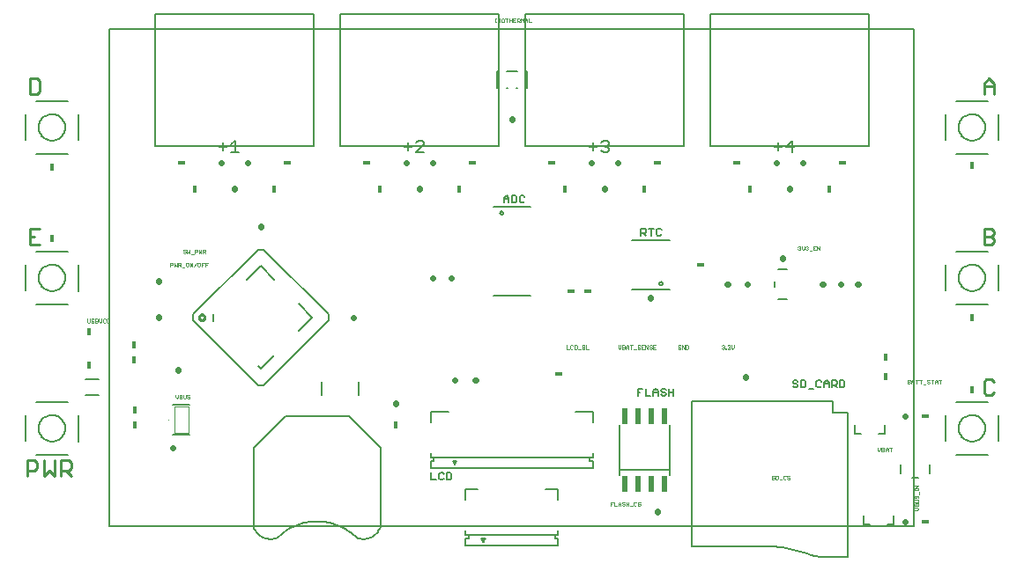
<source format=gto>
G75*
%MOIN*%
%OFA0B0*%
%FSLAX24Y24*%
%IPPOS*%
%LPD*%
%AMOC8*
5,1,8,0,0,1.08239X$1,22.5*
%
%ADD10C,0.0080*%
%ADD11C,0.0110*%
%ADD12C,0.0050*%
%ADD13C,0.0020*%
%ADD14C,0.0220*%
%ADD15R,0.0180X0.0300*%
%ADD16R,0.0300X0.0180*%
%ADD17C,0.0060*%
%ADD18R,0.0193X0.0598*%
%ADD19C,0.0004*%
%ADD20C,0.0030*%
%ADD21C,0.0100*%
D10*
X025485Y016943D02*
X025485Y019943D01*
X026685Y021143D01*
X029085Y021143D01*
X030285Y019943D01*
X030285Y016943D01*
X030264Y016895D01*
X030240Y016849D01*
X030213Y016805D01*
X030182Y016763D01*
X030148Y016723D01*
X030112Y016686D01*
X030073Y016652D01*
X030031Y016621D01*
X029987Y016593D01*
X029941Y016568D01*
X029894Y016547D01*
X029845Y016529D01*
X029795Y016516D01*
X029743Y016505D01*
X029692Y016499D01*
X029640Y016497D01*
X029588Y016499D01*
X029536Y016504D01*
X029485Y016513D01*
X029434Y016527D01*
X029385Y016543D01*
X029320Y016605D01*
X029252Y016665D01*
X029182Y016721D01*
X029110Y016775D01*
X029035Y016825D01*
X028958Y016872D01*
X028880Y016916D01*
X028799Y016957D01*
X028717Y016994D01*
X028634Y017027D01*
X028549Y017057D01*
X028463Y017084D01*
X028376Y017106D01*
X028288Y017125D01*
X028199Y017141D01*
X028110Y017152D01*
X028020Y017160D01*
X027930Y017164D01*
X027840Y017164D01*
X027750Y017160D01*
X027660Y017152D01*
X027571Y017141D01*
X027482Y017125D01*
X027394Y017106D01*
X027307Y017084D01*
X027221Y017057D01*
X027136Y017027D01*
X027053Y016994D01*
X026971Y016957D01*
X026890Y016916D01*
X026812Y016872D01*
X026735Y016825D01*
X026660Y016775D01*
X026588Y016721D01*
X026518Y016665D01*
X026450Y016605D01*
X026385Y016543D01*
X026336Y016527D01*
X026285Y016513D01*
X026234Y016504D01*
X026182Y016499D01*
X026130Y016497D01*
X026078Y016499D01*
X026027Y016505D01*
X025975Y016516D01*
X025925Y016529D01*
X025876Y016547D01*
X025829Y016568D01*
X025783Y016593D01*
X025739Y016621D01*
X025697Y016652D01*
X025658Y016686D01*
X025622Y016723D01*
X025588Y016763D01*
X025557Y016805D01*
X025530Y016849D01*
X025506Y016895D01*
X025485Y016943D01*
X032189Y019189D02*
X038330Y019189D01*
X038330Y019464D01*
X038212Y019464D01*
X038212Y019582D01*
X032307Y019582D01*
X032307Y019464D01*
X032189Y019464D01*
X032189Y019189D01*
X032189Y019582D02*
X032189Y019740D01*
X032189Y019582D02*
X032307Y019582D01*
X033015Y019464D02*
X033173Y019464D01*
X033094Y019307D01*
X033015Y019464D01*
X033020Y019455D02*
X033168Y019455D01*
X033129Y019376D02*
X033059Y019376D01*
X033508Y018378D02*
X033980Y018378D01*
X033508Y018378D02*
X033508Y017984D01*
X033508Y016803D02*
X033508Y016645D01*
X033626Y016645D01*
X036893Y016645D01*
X037011Y016645D01*
X037011Y016803D01*
X036893Y016645D02*
X036893Y016527D01*
X037011Y016527D01*
X037011Y016252D01*
X033508Y016252D01*
X033508Y016527D01*
X033626Y016527D01*
X033626Y016645D01*
X034098Y016527D02*
X034256Y016527D01*
X034177Y016370D01*
X034098Y016527D01*
X034126Y016472D02*
X034228Y016472D01*
X034189Y016393D02*
X034165Y016393D01*
X036539Y018378D02*
X037011Y018378D01*
X037011Y017984D01*
X038212Y019582D02*
X038330Y019582D01*
X038330Y019740D01*
X038330Y020921D02*
X038330Y021315D01*
X037661Y021315D01*
X039340Y020825D02*
X039340Y019108D01*
X041229Y019108D01*
X041229Y018912D01*
X041229Y019108D02*
X041229Y020825D01*
X039340Y019108D02*
X039340Y018912D01*
X032858Y021315D02*
X032189Y021315D01*
X032189Y020921D01*
X029468Y021950D02*
X029468Y022462D01*
X028051Y022462D02*
X028051Y021950D01*
X026275Y023460D02*
X025760Y022945D01*
X025648Y023056D01*
X025648Y022332D02*
X023198Y024782D01*
X023198Y025005D01*
X025648Y027454D01*
X025871Y027454D01*
X028321Y025005D01*
X028321Y024782D01*
X025871Y022332D01*
X025648Y022332D01*
X027193Y024378D02*
X027708Y024893D01*
X027193Y025408D01*
X026275Y026327D02*
X025760Y026842D01*
X025244Y026327D01*
X023950Y025033D02*
X023950Y024754D01*
X019635Y022568D02*
X019135Y022568D01*
X019135Y021968D02*
X019635Y021968D01*
X018860Y021181D02*
X018860Y020193D01*
X018466Y019693D02*
X017253Y019693D01*
X016860Y020205D02*
X016860Y021181D01*
X017253Y021693D02*
X018466Y021693D01*
X017360Y020693D02*
X017362Y020737D01*
X017368Y020781D01*
X017378Y020824D01*
X017391Y020866D01*
X017408Y020907D01*
X017429Y020946D01*
X017453Y020983D01*
X017480Y021018D01*
X017510Y021050D01*
X017543Y021080D01*
X017579Y021106D01*
X017616Y021130D01*
X017656Y021149D01*
X017697Y021166D01*
X017740Y021178D01*
X017783Y021187D01*
X017827Y021192D01*
X017871Y021193D01*
X017915Y021190D01*
X017959Y021183D01*
X018002Y021172D01*
X018044Y021158D01*
X018084Y021140D01*
X018123Y021118D01*
X018159Y021094D01*
X018193Y021066D01*
X018225Y021035D01*
X018254Y021001D01*
X018280Y020965D01*
X018302Y020927D01*
X018321Y020887D01*
X018336Y020845D01*
X018348Y020803D01*
X018356Y020759D01*
X018360Y020715D01*
X018360Y020671D01*
X018356Y020627D01*
X018348Y020583D01*
X018336Y020541D01*
X018321Y020499D01*
X018302Y020459D01*
X018280Y020421D01*
X018254Y020385D01*
X018225Y020351D01*
X018193Y020320D01*
X018159Y020292D01*
X018123Y020268D01*
X018084Y020246D01*
X018044Y020228D01*
X018002Y020214D01*
X017959Y020203D01*
X017915Y020196D01*
X017871Y020193D01*
X017827Y020194D01*
X017783Y020199D01*
X017740Y020208D01*
X017697Y020220D01*
X017656Y020237D01*
X017616Y020256D01*
X017579Y020280D01*
X017543Y020306D01*
X017510Y020336D01*
X017480Y020368D01*
X017453Y020403D01*
X017429Y020440D01*
X017408Y020479D01*
X017391Y020520D01*
X017378Y020562D01*
X017368Y020605D01*
X017362Y020649D01*
X017360Y020693D01*
X017253Y025393D02*
X018466Y025393D01*
X018860Y025893D02*
X018860Y026881D01*
X018466Y027393D02*
X017253Y027393D01*
X016860Y026881D02*
X016860Y025905D01*
X017360Y026393D02*
X017362Y026437D01*
X017368Y026481D01*
X017378Y026524D01*
X017391Y026566D01*
X017408Y026607D01*
X017429Y026646D01*
X017453Y026683D01*
X017480Y026718D01*
X017510Y026750D01*
X017543Y026780D01*
X017579Y026806D01*
X017616Y026830D01*
X017656Y026849D01*
X017697Y026866D01*
X017740Y026878D01*
X017783Y026887D01*
X017827Y026892D01*
X017871Y026893D01*
X017915Y026890D01*
X017959Y026883D01*
X018002Y026872D01*
X018044Y026858D01*
X018084Y026840D01*
X018123Y026818D01*
X018159Y026794D01*
X018193Y026766D01*
X018225Y026735D01*
X018254Y026701D01*
X018280Y026665D01*
X018302Y026627D01*
X018321Y026587D01*
X018336Y026545D01*
X018348Y026503D01*
X018356Y026459D01*
X018360Y026415D01*
X018360Y026371D01*
X018356Y026327D01*
X018348Y026283D01*
X018336Y026241D01*
X018321Y026199D01*
X018302Y026159D01*
X018280Y026121D01*
X018254Y026085D01*
X018225Y026051D01*
X018193Y026020D01*
X018159Y025992D01*
X018123Y025968D01*
X018084Y025946D01*
X018044Y025928D01*
X018002Y025914D01*
X017959Y025903D01*
X017915Y025896D01*
X017871Y025893D01*
X017827Y025894D01*
X017783Y025899D01*
X017740Y025908D01*
X017697Y025920D01*
X017656Y025937D01*
X017616Y025956D01*
X017579Y025980D01*
X017543Y026006D01*
X017510Y026036D01*
X017480Y026068D01*
X017453Y026103D01*
X017429Y026140D01*
X017408Y026179D01*
X017391Y026220D01*
X017378Y026262D01*
X017368Y026305D01*
X017362Y026349D01*
X017360Y026393D01*
X017253Y031093D02*
X018466Y031093D01*
X018860Y031605D02*
X018860Y032581D01*
X018466Y033093D02*
X017253Y033093D01*
X016860Y032593D02*
X016860Y031605D01*
X017360Y032093D02*
X017362Y032137D01*
X017368Y032181D01*
X017378Y032224D01*
X017391Y032266D01*
X017408Y032307D01*
X017429Y032346D01*
X017453Y032383D01*
X017480Y032418D01*
X017510Y032450D01*
X017543Y032480D01*
X017579Y032506D01*
X017616Y032530D01*
X017656Y032549D01*
X017697Y032566D01*
X017740Y032578D01*
X017783Y032587D01*
X017827Y032592D01*
X017871Y032593D01*
X017915Y032590D01*
X017959Y032583D01*
X018002Y032572D01*
X018044Y032558D01*
X018084Y032540D01*
X018123Y032518D01*
X018159Y032494D01*
X018193Y032466D01*
X018225Y032435D01*
X018254Y032401D01*
X018280Y032365D01*
X018302Y032327D01*
X018321Y032287D01*
X018336Y032245D01*
X018348Y032203D01*
X018356Y032159D01*
X018360Y032115D01*
X018360Y032071D01*
X018356Y032027D01*
X018348Y031983D01*
X018336Y031941D01*
X018321Y031899D01*
X018302Y031859D01*
X018280Y031821D01*
X018254Y031785D01*
X018225Y031751D01*
X018193Y031720D01*
X018159Y031692D01*
X018123Y031668D01*
X018084Y031646D01*
X018044Y031628D01*
X018002Y031614D01*
X017959Y031603D01*
X017915Y031596D01*
X017871Y031593D01*
X017827Y031594D01*
X017783Y031599D01*
X017740Y031608D01*
X017697Y031620D01*
X017656Y031637D01*
X017616Y031656D01*
X017579Y031680D01*
X017543Y031706D01*
X017510Y031736D01*
X017480Y031768D01*
X017453Y031803D01*
X017429Y031840D01*
X017408Y031879D01*
X017391Y031920D01*
X017378Y031962D01*
X017368Y032005D01*
X017362Y032049D01*
X017360Y032093D01*
X024187Y031368D02*
X024467Y031368D01*
X024647Y031439D02*
X024788Y031579D01*
X024788Y031158D01*
X024928Y031158D02*
X024647Y031158D01*
X024327Y031228D02*
X024327Y031509D01*
X031187Y031368D02*
X031467Y031368D01*
X031327Y031228D02*
X031327Y031509D01*
X031647Y031509D02*
X031717Y031579D01*
X031858Y031579D01*
X031928Y031509D01*
X031928Y031439D01*
X031647Y031158D01*
X031928Y031158D01*
X034813Y028853D02*
X034815Y028868D01*
X034821Y028881D01*
X034830Y028893D01*
X034841Y028902D01*
X034855Y028908D01*
X034870Y028910D01*
X034885Y028908D01*
X034898Y028902D01*
X034910Y028893D01*
X034919Y028882D01*
X034925Y028868D01*
X034927Y028853D01*
X034925Y028838D01*
X034919Y028825D01*
X034910Y028813D01*
X034899Y028804D01*
X034885Y028798D01*
X034870Y028796D01*
X034855Y028798D01*
X034842Y028804D01*
X034830Y028813D01*
X034821Y028824D01*
X034815Y028838D01*
X034813Y028853D01*
X038187Y031368D02*
X038467Y031368D01*
X038327Y031228D02*
X038327Y031509D01*
X038647Y031509D02*
X038717Y031579D01*
X038858Y031579D01*
X038928Y031509D01*
X038928Y031439D01*
X038858Y031368D01*
X038928Y031298D01*
X038928Y031228D01*
X038858Y031158D01*
X038717Y031158D01*
X038647Y031228D01*
X038788Y031368D02*
X038858Y031368D01*
X045187Y031368D02*
X045467Y031368D01*
X045647Y031368D02*
X045858Y031579D01*
X045858Y031158D01*
X045928Y031368D02*
X045647Y031368D01*
X045327Y031509D02*
X045327Y031228D01*
X045340Y026703D02*
X045679Y026703D01*
X045190Y026249D02*
X045190Y026038D01*
X045340Y025583D02*
X045679Y025583D01*
X040843Y026183D02*
X040845Y026198D01*
X040851Y026211D01*
X040860Y026223D01*
X040871Y026232D01*
X040885Y026238D01*
X040900Y026240D01*
X040915Y026238D01*
X040928Y026232D01*
X040940Y026223D01*
X040949Y026212D01*
X040955Y026198D01*
X040957Y026183D01*
X040955Y026168D01*
X040949Y026155D01*
X040940Y026143D01*
X040929Y026134D01*
X040915Y026128D01*
X040900Y026126D01*
X040885Y026128D01*
X040872Y026134D01*
X040860Y026143D01*
X040851Y026154D01*
X040845Y026168D01*
X040843Y026183D01*
X049950Y019312D02*
X049950Y018974D01*
X050404Y018824D02*
X050615Y018824D01*
X051070Y018974D02*
X051070Y019312D01*
X052053Y019693D02*
X053266Y019693D01*
X053660Y020205D02*
X053660Y021181D01*
X053266Y021693D02*
X052053Y021693D01*
X051660Y021193D02*
X051660Y020205D01*
X052160Y020693D02*
X052162Y020737D01*
X052168Y020781D01*
X052178Y020824D01*
X052191Y020866D01*
X052208Y020907D01*
X052229Y020946D01*
X052253Y020983D01*
X052280Y021018D01*
X052310Y021050D01*
X052343Y021080D01*
X052379Y021106D01*
X052416Y021130D01*
X052456Y021149D01*
X052497Y021166D01*
X052540Y021178D01*
X052583Y021187D01*
X052627Y021192D01*
X052671Y021193D01*
X052715Y021190D01*
X052759Y021183D01*
X052802Y021172D01*
X052844Y021158D01*
X052884Y021140D01*
X052923Y021118D01*
X052959Y021094D01*
X052993Y021066D01*
X053025Y021035D01*
X053054Y021001D01*
X053080Y020965D01*
X053102Y020927D01*
X053121Y020887D01*
X053136Y020845D01*
X053148Y020803D01*
X053156Y020759D01*
X053160Y020715D01*
X053160Y020671D01*
X053156Y020627D01*
X053148Y020583D01*
X053136Y020541D01*
X053121Y020499D01*
X053102Y020459D01*
X053080Y020421D01*
X053054Y020385D01*
X053025Y020351D01*
X052993Y020320D01*
X052959Y020292D01*
X052923Y020268D01*
X052884Y020246D01*
X052844Y020228D01*
X052802Y020214D01*
X052759Y020203D01*
X052715Y020196D01*
X052671Y020193D01*
X052627Y020194D01*
X052583Y020199D01*
X052540Y020208D01*
X052497Y020220D01*
X052456Y020237D01*
X052416Y020256D01*
X052379Y020280D01*
X052343Y020306D01*
X052310Y020336D01*
X052280Y020368D01*
X052253Y020403D01*
X052229Y020440D01*
X052208Y020479D01*
X052191Y020520D01*
X052178Y020562D01*
X052168Y020605D01*
X052162Y020649D01*
X052160Y020693D01*
X052053Y025393D02*
X053266Y025393D01*
X053660Y025905D02*
X053660Y026881D01*
X053266Y027393D02*
X052053Y027393D01*
X051660Y026893D02*
X051660Y025905D01*
X052160Y026393D02*
X052162Y026437D01*
X052168Y026481D01*
X052178Y026524D01*
X052191Y026566D01*
X052208Y026607D01*
X052229Y026646D01*
X052253Y026683D01*
X052280Y026718D01*
X052310Y026750D01*
X052343Y026780D01*
X052379Y026806D01*
X052416Y026830D01*
X052456Y026849D01*
X052497Y026866D01*
X052540Y026878D01*
X052583Y026887D01*
X052627Y026892D01*
X052671Y026893D01*
X052715Y026890D01*
X052759Y026883D01*
X052802Y026872D01*
X052844Y026858D01*
X052884Y026840D01*
X052923Y026818D01*
X052959Y026794D01*
X052993Y026766D01*
X053025Y026735D01*
X053054Y026701D01*
X053080Y026665D01*
X053102Y026627D01*
X053121Y026587D01*
X053136Y026545D01*
X053148Y026503D01*
X053156Y026459D01*
X053160Y026415D01*
X053160Y026371D01*
X053156Y026327D01*
X053148Y026283D01*
X053136Y026241D01*
X053121Y026199D01*
X053102Y026159D01*
X053080Y026121D01*
X053054Y026085D01*
X053025Y026051D01*
X052993Y026020D01*
X052959Y025992D01*
X052923Y025968D01*
X052884Y025946D01*
X052844Y025928D01*
X052802Y025914D01*
X052759Y025903D01*
X052715Y025896D01*
X052671Y025893D01*
X052627Y025894D01*
X052583Y025899D01*
X052540Y025908D01*
X052497Y025920D01*
X052456Y025937D01*
X052416Y025956D01*
X052379Y025980D01*
X052343Y026006D01*
X052310Y026036D01*
X052280Y026068D01*
X052253Y026103D01*
X052229Y026140D01*
X052208Y026179D01*
X052191Y026220D01*
X052178Y026262D01*
X052168Y026305D01*
X052162Y026349D01*
X052160Y026393D01*
X052053Y031093D02*
X053266Y031093D01*
X053660Y031605D02*
X053660Y032581D01*
X053266Y033093D02*
X052053Y033093D01*
X051660Y032593D02*
X051660Y031605D01*
X052160Y032093D02*
X052162Y032137D01*
X052168Y032181D01*
X052178Y032224D01*
X052191Y032266D01*
X052208Y032307D01*
X052229Y032346D01*
X052253Y032383D01*
X052280Y032418D01*
X052310Y032450D01*
X052343Y032480D01*
X052379Y032506D01*
X052416Y032530D01*
X052456Y032549D01*
X052497Y032566D01*
X052540Y032578D01*
X052583Y032587D01*
X052627Y032592D01*
X052671Y032593D01*
X052715Y032590D01*
X052759Y032583D01*
X052802Y032572D01*
X052844Y032558D01*
X052884Y032540D01*
X052923Y032518D01*
X052959Y032494D01*
X052993Y032466D01*
X053025Y032435D01*
X053054Y032401D01*
X053080Y032365D01*
X053102Y032327D01*
X053121Y032287D01*
X053136Y032245D01*
X053148Y032203D01*
X053156Y032159D01*
X053160Y032115D01*
X053160Y032071D01*
X053156Y032027D01*
X053148Y031983D01*
X053136Y031941D01*
X053121Y031899D01*
X053102Y031859D01*
X053080Y031821D01*
X053054Y031785D01*
X053025Y031751D01*
X052993Y031720D01*
X052959Y031692D01*
X052923Y031668D01*
X052884Y031646D01*
X052844Y031628D01*
X052802Y031614D01*
X052759Y031603D01*
X052715Y031596D01*
X052671Y031593D01*
X052627Y031594D01*
X052583Y031599D01*
X052540Y031608D01*
X052497Y031620D01*
X052456Y031637D01*
X052416Y031656D01*
X052379Y031680D01*
X052343Y031706D01*
X052310Y031736D01*
X052280Y031768D01*
X052253Y031803D01*
X052229Y031840D01*
X052208Y031879D01*
X052191Y031920D01*
X052178Y031962D01*
X052168Y032005D01*
X052162Y032049D01*
X052160Y032093D01*
D11*
X053115Y033348D02*
X053115Y033742D01*
X053311Y033939D01*
X053508Y033742D01*
X053508Y033348D01*
X053508Y033644D02*
X053115Y033644D01*
X053115Y028239D02*
X053410Y028239D01*
X053508Y028140D01*
X053508Y028042D01*
X053410Y027944D01*
X053115Y027944D01*
X053410Y027944D02*
X053508Y027845D01*
X053508Y027747D01*
X053410Y027648D01*
X053115Y027648D01*
X053115Y028239D01*
X053213Y022539D02*
X053115Y022440D01*
X053115Y022047D01*
X053213Y021948D01*
X053410Y021948D01*
X053508Y022047D01*
X053508Y022440D02*
X053410Y022539D01*
X053213Y022539D01*
X018597Y019390D02*
X018597Y019194D01*
X018499Y019095D01*
X018204Y019095D01*
X018400Y019095D02*
X018597Y018898D01*
X018204Y018898D02*
X018204Y019489D01*
X018499Y019489D01*
X018597Y019390D01*
X017953Y019489D02*
X017953Y018898D01*
X017756Y019095D01*
X017559Y018898D01*
X017559Y019489D01*
X017308Y019390D02*
X017308Y019194D01*
X017210Y019095D01*
X016915Y019095D01*
X016915Y018898D02*
X016915Y019489D01*
X017210Y019489D01*
X017308Y019390D01*
X017408Y027648D02*
X017015Y027648D01*
X017015Y028239D01*
X017408Y028239D01*
X017211Y027944D02*
X017015Y027944D01*
X017015Y033348D02*
X017310Y033348D01*
X017408Y033447D01*
X017408Y033840D01*
X017310Y033939D01*
X017015Y033939D01*
X017015Y033348D01*
D12*
X020043Y035803D02*
X020043Y016984D01*
X050476Y016984D01*
X050476Y035803D01*
X020043Y035803D01*
X021760Y036393D02*
X027760Y036393D01*
X027760Y031393D01*
X021760Y031393D01*
X021760Y036393D01*
X028760Y036393D02*
X034760Y036393D01*
X034760Y031393D01*
X028760Y031393D01*
X028760Y036393D01*
X035760Y036393D02*
X035760Y031393D01*
X041760Y031393D01*
X041760Y036393D01*
X035760Y036393D01*
X042760Y036393D02*
X048760Y036393D01*
X048760Y031393D01*
X042760Y031393D01*
X042760Y036393D01*
X035729Y029468D02*
X035684Y029514D01*
X035594Y029514D01*
X035549Y029468D01*
X035549Y029288D01*
X035594Y029243D01*
X035684Y029243D01*
X035729Y029288D01*
X035434Y029288D02*
X035434Y029468D01*
X035389Y029514D01*
X035254Y029514D01*
X035254Y029243D01*
X035389Y029243D01*
X035434Y029288D01*
X035140Y029243D02*
X035140Y029423D01*
X035050Y029514D01*
X034960Y029423D01*
X034960Y029243D01*
X034960Y029378D02*
X035140Y029378D01*
X040147Y028264D02*
X040282Y028264D01*
X040327Y028218D01*
X040327Y028128D01*
X040282Y028083D01*
X040147Y028083D01*
X040147Y027993D02*
X040147Y028264D01*
X040237Y028083D02*
X040327Y027993D01*
X040532Y027993D02*
X040532Y028264D01*
X040442Y028264D02*
X040622Y028264D01*
X040736Y028218D02*
X040736Y028038D01*
X040781Y027993D01*
X040871Y027993D01*
X040916Y028038D01*
X040916Y028218D02*
X040871Y028264D01*
X040781Y028264D01*
X040736Y028218D01*
X045942Y022514D02*
X045897Y022468D01*
X045897Y022423D01*
X045942Y022378D01*
X046032Y022378D01*
X046077Y022333D01*
X046077Y022288D01*
X046032Y022243D01*
X045942Y022243D01*
X045897Y022288D01*
X045942Y022514D02*
X046032Y022514D01*
X046077Y022468D01*
X046192Y022514D02*
X046327Y022514D01*
X046372Y022468D01*
X046372Y022288D01*
X046327Y022243D01*
X046192Y022243D01*
X046192Y022514D01*
X046486Y022198D02*
X046666Y022198D01*
X046781Y022288D02*
X046826Y022243D01*
X046916Y022243D01*
X046961Y022288D01*
X047076Y022243D02*
X047076Y022423D01*
X047166Y022514D01*
X047256Y022423D01*
X047256Y022243D01*
X047370Y022243D02*
X047370Y022514D01*
X047505Y022514D01*
X047550Y022468D01*
X047550Y022378D01*
X047505Y022333D01*
X047370Y022333D01*
X047460Y022333D02*
X047550Y022243D01*
X047665Y022243D02*
X047800Y022243D01*
X047845Y022288D01*
X047845Y022468D01*
X047800Y022514D01*
X047665Y022514D01*
X047665Y022243D01*
X047256Y022378D02*
X047076Y022378D01*
X046961Y022468D02*
X046916Y022514D01*
X046826Y022514D01*
X046781Y022468D01*
X046781Y022288D01*
X047410Y021726D02*
X047410Y021276D01*
X047960Y021276D01*
X047960Y015826D01*
X046963Y015826D01*
X046906Y015827D01*
X046848Y015832D01*
X046791Y015839D01*
X046735Y015850D01*
X046679Y015863D01*
X046624Y015879D01*
X046569Y015898D01*
X044789Y016226D02*
X042060Y016226D01*
X042060Y021726D01*
X047410Y021726D01*
X041381Y021931D02*
X041381Y022201D01*
X041381Y022066D02*
X041201Y022066D01*
X041086Y022021D02*
X041086Y021976D01*
X041041Y021931D01*
X040951Y021931D01*
X040906Y021976D01*
X040951Y022066D02*
X041041Y022066D01*
X041086Y022021D01*
X041086Y022156D02*
X041041Y022201D01*
X040951Y022201D01*
X040906Y022156D01*
X040906Y022111D01*
X040951Y022066D01*
X040791Y022066D02*
X040611Y022066D01*
X040611Y022111D02*
X040701Y022201D01*
X040791Y022111D01*
X040791Y021931D01*
X040611Y021931D02*
X040611Y022111D01*
X040497Y021931D02*
X040317Y021931D01*
X040317Y022201D01*
X040202Y022201D02*
X040022Y022201D01*
X040022Y021931D01*
X040022Y022066D02*
X040112Y022066D01*
X041201Y021931D02*
X041201Y022201D01*
X032979Y018968D02*
X032934Y019014D01*
X032799Y019014D01*
X032799Y018743D01*
X032934Y018743D01*
X032979Y018788D01*
X032979Y018968D01*
X032684Y018968D02*
X032639Y019014D01*
X032549Y019014D01*
X032504Y018968D01*
X032504Y018788D01*
X032549Y018743D01*
X032639Y018743D01*
X032684Y018788D01*
X032390Y018743D02*
X032210Y018743D01*
X032210Y019014D01*
X023074Y020459D02*
X022445Y020459D01*
X022445Y021577D02*
X023074Y021577D01*
X044789Y016226D02*
X044929Y016224D01*
X045069Y016218D01*
X045208Y016208D01*
X045348Y016195D01*
X045487Y016177D01*
X045625Y016156D01*
X045763Y016130D01*
X045900Y016101D01*
X046036Y016068D01*
X046171Y016031D01*
X046305Y015991D01*
X046437Y015946D01*
X046569Y015898D01*
D13*
X045748Y018761D02*
X045701Y018761D01*
X045678Y018784D01*
X045701Y018831D02*
X045748Y018831D01*
X045771Y018808D01*
X045771Y018784D01*
X045748Y018761D01*
X045701Y018831D02*
X045678Y018854D01*
X045678Y018878D01*
X045701Y018901D01*
X045748Y018901D01*
X045771Y018878D01*
X045624Y018878D02*
X045601Y018901D01*
X045554Y018901D01*
X045531Y018878D01*
X045531Y018784D01*
X045554Y018761D01*
X045601Y018761D01*
X045624Y018784D01*
X045477Y018737D02*
X045383Y018737D01*
X045329Y018784D02*
X045306Y018761D01*
X045236Y018761D01*
X045236Y018901D01*
X045306Y018901D01*
X045329Y018878D01*
X045329Y018784D01*
X045182Y018784D02*
X045159Y018761D01*
X045112Y018761D01*
X045089Y018784D01*
X045112Y018831D02*
X045159Y018831D01*
X045182Y018808D01*
X045182Y018784D01*
X045112Y018831D02*
X045089Y018854D01*
X045089Y018878D01*
X045112Y018901D01*
X045159Y018901D01*
X045182Y018878D01*
X049100Y019870D02*
X049147Y019823D01*
X049193Y019870D01*
X049193Y019963D01*
X049247Y019963D02*
X049317Y019963D01*
X049341Y019940D01*
X049341Y019917D01*
X049317Y019893D01*
X049247Y019893D01*
X049247Y019823D02*
X049317Y019823D01*
X049341Y019847D01*
X049341Y019870D01*
X049317Y019893D01*
X049395Y019893D02*
X049488Y019893D01*
X049488Y019917D02*
X049488Y019823D01*
X049395Y019823D02*
X049395Y019917D01*
X049441Y019963D01*
X049488Y019917D01*
X049542Y019963D02*
X049635Y019963D01*
X049589Y019963D02*
X049589Y019823D01*
X049247Y019823D02*
X049247Y019963D01*
X049100Y019963D02*
X049100Y019870D01*
X050502Y018528D02*
X050642Y018528D01*
X050502Y018435D01*
X050642Y018435D01*
X050642Y018383D02*
X050642Y018336D01*
X050642Y018360D02*
X050502Y018360D01*
X050502Y018383D02*
X050502Y018336D01*
X050665Y018282D02*
X050665Y018189D01*
X050619Y018135D02*
X050642Y018112D01*
X050642Y018065D01*
X050619Y018042D01*
X050572Y018065D02*
X050572Y018112D01*
X050595Y018135D01*
X050619Y018135D01*
X050572Y018065D02*
X050549Y018042D01*
X050525Y018042D01*
X050502Y018065D01*
X050502Y018112D01*
X050525Y018135D01*
X050502Y017988D02*
X050619Y017988D01*
X050642Y017964D01*
X050642Y017918D01*
X050619Y017894D01*
X050502Y017894D01*
X050525Y017840D02*
X050549Y017840D01*
X050572Y017817D01*
X050572Y017747D01*
X050595Y017693D02*
X050502Y017693D01*
X050502Y017747D02*
X050502Y017817D01*
X050525Y017840D01*
X050572Y017817D02*
X050595Y017840D01*
X050619Y017840D01*
X050642Y017817D01*
X050642Y017747D01*
X050502Y017747D01*
X050595Y017693D02*
X050642Y017646D01*
X050595Y017600D01*
X050502Y017600D01*
X050821Y022362D02*
X050914Y022362D01*
X050968Y022409D02*
X050992Y022386D01*
X051038Y022386D01*
X051062Y022409D01*
X051062Y022433D01*
X051038Y022456D01*
X050992Y022456D01*
X050968Y022479D01*
X050968Y022503D01*
X050992Y022526D01*
X051038Y022526D01*
X051062Y022503D01*
X051115Y022526D02*
X051209Y022526D01*
X051162Y022526D02*
X051162Y022386D01*
X051263Y022386D02*
X051263Y022479D01*
X051310Y022526D01*
X051356Y022479D01*
X051356Y022386D01*
X051356Y022456D02*
X051263Y022456D01*
X051410Y022526D02*
X051504Y022526D01*
X051457Y022526D02*
X051457Y022386D01*
X050767Y022526D02*
X050674Y022526D01*
X050720Y022526D02*
X050720Y022386D01*
X050573Y022386D02*
X050573Y022526D01*
X050526Y022526D02*
X050620Y022526D01*
X050472Y022479D02*
X050472Y022386D01*
X050472Y022456D02*
X050379Y022456D01*
X050379Y022479D02*
X050426Y022526D01*
X050472Y022479D01*
X050379Y022479D02*
X050379Y022386D01*
X050325Y022409D02*
X050302Y022386D01*
X050232Y022386D01*
X050232Y022526D01*
X050302Y022526D01*
X050325Y022503D01*
X050325Y022479D01*
X050302Y022456D01*
X050232Y022456D01*
X050302Y022456D02*
X050325Y022433D01*
X050325Y022409D01*
X046908Y027448D02*
X046908Y027588D01*
X046814Y027588D02*
X046814Y027448D01*
X046760Y027448D02*
X046667Y027448D01*
X046667Y027588D01*
X046760Y027588D01*
X046814Y027588D02*
X046908Y027448D01*
X046714Y027518D02*
X046667Y027518D01*
X046613Y027425D02*
X046520Y027425D01*
X046466Y027472D02*
X046442Y027448D01*
X046396Y027448D01*
X046372Y027472D01*
X046318Y027495D02*
X046318Y027588D01*
X046372Y027565D02*
X046396Y027588D01*
X046442Y027588D01*
X046466Y027565D01*
X046466Y027542D01*
X046442Y027518D01*
X046466Y027495D01*
X046466Y027472D01*
X046442Y027518D02*
X046419Y027518D01*
X046318Y027495D02*
X046272Y027448D01*
X046225Y027495D01*
X046225Y027588D01*
X046171Y027565D02*
X046171Y027542D01*
X046148Y027518D01*
X046171Y027495D01*
X046171Y027472D01*
X046148Y027448D01*
X046101Y027448D01*
X046078Y027472D01*
X046124Y027518D02*
X046148Y027518D01*
X046171Y027565D02*
X046148Y027588D01*
X046101Y027588D01*
X046078Y027565D01*
X043661Y023838D02*
X043661Y023745D01*
X043614Y023698D01*
X043568Y023745D01*
X043568Y023838D01*
X043514Y023815D02*
X043514Y023792D01*
X043490Y023768D01*
X043514Y023745D01*
X043514Y023722D01*
X043490Y023698D01*
X043444Y023698D01*
X043420Y023722D01*
X043370Y023722D02*
X043370Y023698D01*
X043347Y023698D01*
X043347Y023722D01*
X043370Y023722D01*
X043293Y023722D02*
X043269Y023698D01*
X043223Y023698D01*
X043199Y023722D01*
X043246Y023768D02*
X043269Y023768D01*
X043293Y023745D01*
X043293Y023722D01*
X043269Y023768D02*
X043293Y023792D01*
X043293Y023815D01*
X043269Y023838D01*
X043223Y023838D01*
X043199Y023815D01*
X043420Y023815D02*
X043444Y023838D01*
X043490Y023838D01*
X043514Y023815D01*
X043490Y023768D02*
X043467Y023768D01*
X041937Y023722D02*
X041937Y023815D01*
X041913Y023838D01*
X041843Y023838D01*
X041843Y023698D01*
X041913Y023698D01*
X041937Y023722D01*
X041937Y023815D01*
X041913Y023838D01*
X041843Y023838D01*
X041843Y023698D01*
X041913Y023698D01*
X041937Y023722D01*
X041789Y023698D02*
X041789Y023838D01*
X041789Y023698D01*
X041696Y023838D01*
X041696Y023698D01*
X041696Y023838D01*
X041789Y023698D01*
X041642Y023722D02*
X041642Y023768D01*
X041595Y023768D01*
X041642Y023768D01*
X041642Y023722D01*
X041619Y023698D01*
X041572Y023698D01*
X041549Y023722D01*
X041549Y023815D01*
X041572Y023838D01*
X041619Y023838D01*
X041642Y023815D01*
X041619Y023838D01*
X041572Y023838D01*
X041549Y023815D01*
X041549Y023722D01*
X041572Y023698D01*
X041619Y023698D01*
X041642Y023722D01*
X040702Y023698D02*
X040609Y023698D01*
X040609Y023838D01*
X040702Y023838D01*
X040656Y023768D02*
X040609Y023768D01*
X040555Y023745D02*
X040555Y023722D01*
X040532Y023698D01*
X040485Y023698D01*
X040461Y023722D01*
X040485Y023768D02*
X040532Y023768D01*
X040555Y023745D01*
X040555Y023815D02*
X040532Y023838D01*
X040485Y023838D01*
X040461Y023815D01*
X040461Y023792D01*
X040485Y023768D01*
X040408Y023698D02*
X040408Y023838D01*
X040314Y023838D02*
X040408Y023698D01*
X040314Y023698D02*
X040314Y023838D01*
X040260Y023838D02*
X040167Y023838D01*
X040167Y023698D01*
X040260Y023698D01*
X040214Y023768D02*
X040167Y023768D01*
X040113Y023745D02*
X040113Y023722D01*
X040090Y023698D01*
X040043Y023698D01*
X040020Y023722D01*
X040043Y023768D02*
X040090Y023768D01*
X040113Y023745D01*
X040113Y023815D02*
X040090Y023838D01*
X040043Y023838D01*
X040020Y023815D01*
X040020Y023792D01*
X040043Y023768D01*
X039966Y023675D02*
X039872Y023675D01*
X039772Y023698D02*
X039772Y023838D01*
X039818Y023838D02*
X039725Y023838D01*
X039671Y023792D02*
X039671Y023698D01*
X039671Y023768D02*
X039578Y023768D01*
X039578Y023792D02*
X039624Y023838D01*
X039671Y023792D01*
X039578Y023792D02*
X039578Y023698D01*
X039524Y023722D02*
X039500Y023698D01*
X039430Y023698D01*
X039430Y023838D01*
X039500Y023838D01*
X039524Y023815D01*
X039524Y023792D01*
X039500Y023768D01*
X039430Y023768D01*
X039376Y023745D02*
X039376Y023838D01*
X039376Y023745D02*
X039330Y023698D01*
X039283Y023745D01*
X039283Y023838D01*
X039500Y023768D02*
X039524Y023745D01*
X039524Y023722D01*
X038158Y023698D02*
X038064Y023698D01*
X038064Y023838D01*
X038010Y023815D02*
X038010Y023792D01*
X037987Y023768D01*
X037917Y023768D01*
X037917Y023698D02*
X037987Y023698D01*
X038010Y023722D01*
X038010Y023745D01*
X037987Y023768D01*
X038010Y023815D02*
X037987Y023838D01*
X037917Y023838D01*
X037917Y023698D01*
X037863Y023675D02*
X037770Y023675D01*
X037716Y023722D02*
X037716Y023815D01*
X037692Y023838D01*
X037622Y023838D01*
X037622Y023698D01*
X037692Y023698D01*
X037716Y023722D01*
X037568Y023722D02*
X037545Y023698D01*
X037498Y023698D01*
X037475Y023722D01*
X037475Y023815D01*
X037498Y023838D01*
X037545Y023838D01*
X037568Y023815D01*
X037421Y023698D02*
X037328Y023698D01*
X037328Y023838D01*
X038993Y017901D02*
X039086Y017901D01*
X039140Y017901D02*
X039140Y017761D01*
X039233Y017761D01*
X039287Y017761D02*
X039287Y017854D01*
X039334Y017901D01*
X039381Y017854D01*
X039381Y017761D01*
X039435Y017784D02*
X039458Y017761D01*
X039505Y017761D01*
X039528Y017784D01*
X039528Y017808D01*
X039505Y017831D01*
X039458Y017831D01*
X039435Y017854D01*
X039435Y017878D01*
X039458Y017901D01*
X039505Y017901D01*
X039528Y017878D01*
X039582Y017901D02*
X039582Y017761D01*
X039582Y017831D02*
X039675Y017831D01*
X039675Y017901D02*
X039675Y017761D01*
X039729Y017737D02*
X039823Y017737D01*
X039877Y017784D02*
X039900Y017761D01*
X039947Y017761D01*
X039970Y017784D01*
X040024Y017784D02*
X040047Y017761D01*
X040094Y017761D01*
X040117Y017784D01*
X040117Y017808D01*
X040094Y017831D01*
X040047Y017831D01*
X040024Y017854D01*
X040024Y017878D01*
X040047Y017901D01*
X040094Y017901D01*
X040117Y017878D01*
X039970Y017878D02*
X039947Y017901D01*
X039900Y017901D01*
X039877Y017878D01*
X039877Y017784D01*
X039381Y017831D02*
X039287Y017831D01*
X039039Y017831D02*
X038993Y017831D01*
X038993Y017761D02*
X038993Y017901D01*
X023765Y026963D02*
X023671Y026963D01*
X023671Y026823D01*
X023671Y026893D02*
X023718Y026893D01*
X023617Y026963D02*
X023524Y026963D01*
X023524Y026823D01*
X023470Y026847D02*
X023470Y026940D01*
X023447Y026963D01*
X023400Y026963D01*
X023377Y026940D01*
X023377Y026847D01*
X023400Y026823D01*
X023447Y026823D01*
X023470Y026847D01*
X023524Y026893D02*
X023571Y026893D01*
X023323Y026963D02*
X023229Y026823D01*
X023175Y026823D02*
X023175Y026963D01*
X023082Y026963D02*
X023175Y026823D01*
X023082Y026823D02*
X023082Y026963D01*
X023028Y026940D02*
X023005Y026963D01*
X022958Y026963D01*
X022935Y026940D01*
X022935Y026847D01*
X022958Y026823D01*
X023005Y026823D01*
X023028Y026847D01*
X023028Y026940D01*
X022881Y026800D02*
X022787Y026800D01*
X022733Y026823D02*
X022687Y026870D01*
X022710Y026870D02*
X022640Y026870D01*
X022640Y026823D02*
X022640Y026963D01*
X022710Y026963D01*
X022733Y026940D01*
X022733Y026893D01*
X022710Y026870D01*
X022586Y026823D02*
X022586Y026963D01*
X022493Y026963D02*
X022493Y026823D01*
X022539Y026870D01*
X022586Y026823D01*
X022439Y026893D02*
X022415Y026870D01*
X022345Y026870D01*
X022345Y026823D02*
X022345Y026963D01*
X022415Y026963D01*
X022439Y026940D01*
X022439Y026893D01*
X022851Y027323D02*
X022828Y027347D01*
X022851Y027323D02*
X022898Y027323D01*
X022921Y027347D01*
X022921Y027370D01*
X022898Y027393D01*
X022851Y027393D01*
X022828Y027417D01*
X022828Y027440D01*
X022851Y027463D01*
X022898Y027463D01*
X022921Y027440D01*
X022975Y027463D02*
X022975Y027323D01*
X023022Y027370D01*
X023068Y027323D01*
X023068Y027463D01*
X023122Y027300D02*
X023216Y027300D01*
X023270Y027323D02*
X023270Y027463D01*
X023340Y027463D01*
X023363Y027440D01*
X023363Y027393D01*
X023340Y027370D01*
X023270Y027370D01*
X023417Y027323D02*
X023464Y027370D01*
X023510Y027323D01*
X023510Y027463D01*
X023564Y027463D02*
X023634Y027463D01*
X023658Y027440D01*
X023658Y027393D01*
X023634Y027370D01*
X023564Y027370D01*
X023564Y027323D02*
X023564Y027463D01*
X023611Y027370D02*
X023658Y027323D01*
X023417Y027323D02*
X023417Y027463D01*
X020033Y024815D02*
X020009Y024838D01*
X019963Y024838D01*
X019939Y024815D01*
X019939Y024722D01*
X019963Y024698D01*
X020009Y024698D01*
X020033Y024722D01*
X019885Y024722D02*
X019862Y024698D01*
X019815Y024698D01*
X019792Y024722D01*
X019792Y024815D01*
X019815Y024838D01*
X019862Y024838D01*
X019885Y024815D01*
X019738Y024838D02*
X019738Y024745D01*
X019691Y024698D01*
X019645Y024745D01*
X019645Y024838D01*
X019591Y024815D02*
X019591Y024792D01*
X019567Y024768D01*
X019497Y024768D01*
X019443Y024745D02*
X019443Y024722D01*
X019420Y024698D01*
X019373Y024698D01*
X019350Y024722D01*
X019373Y024768D02*
X019420Y024768D01*
X019443Y024745D01*
X019443Y024815D02*
X019420Y024838D01*
X019373Y024838D01*
X019350Y024815D01*
X019350Y024792D01*
X019373Y024768D01*
X019296Y024722D02*
X019296Y024838D01*
X019203Y024838D02*
X019203Y024722D01*
X019226Y024698D01*
X019273Y024698D01*
X019296Y024722D01*
X019497Y024698D02*
X019567Y024698D01*
X019591Y024722D01*
X019591Y024745D01*
X019567Y024768D01*
X019591Y024815D02*
X019567Y024838D01*
X019497Y024838D01*
X019497Y024698D01*
X022537Y021963D02*
X022537Y021870D01*
X022584Y021823D01*
X022631Y021870D01*
X022631Y021963D01*
X022685Y021963D02*
X022755Y021963D01*
X022778Y021940D01*
X022778Y021917D01*
X022755Y021893D01*
X022685Y021893D01*
X022685Y021823D02*
X022685Y021963D01*
X022755Y021893D02*
X022778Y021870D01*
X022778Y021847D01*
X022755Y021823D01*
X022685Y021823D01*
X022832Y021847D02*
X022855Y021823D01*
X022902Y021823D01*
X022925Y021847D01*
X022925Y021963D01*
X022979Y021940D02*
X022979Y021917D01*
X023003Y021893D01*
X023049Y021893D01*
X023073Y021870D01*
X023073Y021847D01*
X023049Y021823D01*
X023003Y021823D01*
X022979Y021847D01*
X022979Y021940D02*
X023003Y021963D01*
X023049Y021963D01*
X023073Y021940D01*
X022832Y021963D02*
X022832Y021847D01*
X034620Y036073D02*
X034667Y036073D01*
X034643Y036073D02*
X034643Y036213D01*
X034620Y036213D02*
X034667Y036213D01*
X034718Y036190D02*
X034718Y036167D01*
X034742Y036143D01*
X034788Y036143D01*
X034812Y036120D01*
X034812Y036097D01*
X034788Y036073D01*
X034742Y036073D01*
X034718Y036097D01*
X034718Y036190D02*
X034742Y036213D01*
X034788Y036213D01*
X034812Y036190D01*
X034865Y036190D02*
X034865Y036097D01*
X034889Y036073D01*
X034936Y036073D01*
X034959Y036097D01*
X034959Y036190D01*
X034936Y036213D01*
X034889Y036213D01*
X034865Y036190D01*
X035013Y036213D02*
X035106Y036213D01*
X035060Y036213D02*
X035060Y036073D01*
X035160Y036073D02*
X035160Y036213D01*
X035160Y036143D02*
X035254Y036143D01*
X035307Y036143D02*
X035354Y036143D01*
X035307Y036073D02*
X035401Y036073D01*
X035455Y036073D02*
X035455Y036213D01*
X035525Y036213D01*
X035548Y036190D01*
X035548Y036143D01*
X035525Y036120D01*
X035455Y036120D01*
X035501Y036120D02*
X035548Y036073D01*
X035602Y036073D02*
X035602Y036213D01*
X035649Y036167D01*
X035696Y036213D01*
X035696Y036073D01*
X035749Y036073D02*
X035749Y036167D01*
X035796Y036213D01*
X035843Y036167D01*
X035843Y036073D01*
X035897Y036073D02*
X035990Y036073D01*
X035897Y036073D02*
X035897Y036213D01*
X035843Y036143D02*
X035749Y036143D01*
X035401Y036213D02*
X035307Y036213D01*
X035307Y036073D01*
X035254Y036073D02*
X035254Y036213D01*
D14*
X035260Y032405D02*
X035260Y032381D01*
X038248Y030768D02*
X038272Y030768D01*
X039248Y030768D02*
X039272Y030768D01*
X038760Y029780D02*
X038760Y029756D01*
X043404Y026143D02*
X043428Y026143D01*
X044154Y026143D02*
X044178Y026143D01*
X045510Y027131D02*
X045510Y027155D01*
X046998Y026143D02*
X047022Y026143D01*
X047685Y026143D02*
X047709Y026143D01*
X048341Y026143D02*
X048365Y026143D01*
X044110Y022655D02*
X044110Y022631D01*
X040510Y025631D02*
X040510Y025655D01*
X045760Y029756D02*
X045760Y029780D01*
X046248Y030768D02*
X046272Y030768D01*
X045272Y030768D02*
X045248Y030768D01*
X033894Y022518D02*
X033870Y022518D01*
X033106Y022518D02*
X033082Y022518D01*
X030872Y021655D02*
X030872Y021631D01*
X029272Y024893D02*
X029248Y024893D01*
X032248Y026393D02*
X032272Y026393D01*
X032948Y026393D02*
X032972Y026393D01*
X031760Y029756D02*
X031760Y029780D01*
X032248Y030768D02*
X032272Y030768D01*
X031272Y030768D02*
X031248Y030768D01*
X025760Y028343D02*
X025760Y028319D01*
X024760Y029756D02*
X024760Y029780D01*
X025248Y030768D02*
X025272Y030768D01*
X024272Y030768D02*
X024248Y030768D01*
X021885Y026280D02*
X021885Y026256D01*
X021885Y024905D02*
X021885Y024881D01*
X022635Y022905D02*
X022635Y022881D01*
X022447Y019968D02*
X022447Y019944D01*
X040760Y017555D02*
X040760Y017531D01*
X050123Y017143D02*
X050147Y017143D01*
X050123Y021143D02*
X050147Y021143D01*
D15*
X049385Y022643D03*
X049385Y023393D03*
X052660Y022143D03*
X052660Y024893D03*
X047260Y029768D03*
X044260Y029768D03*
X040260Y029768D03*
X037260Y029768D03*
X033260Y029768D03*
X030260Y029768D03*
X026260Y029768D03*
X023260Y029768D03*
X017860Y030593D03*
X017860Y027893D03*
X019260Y024361D03*
X019260Y023081D03*
X020978Y023275D03*
X020978Y023849D03*
X021010Y021393D03*
X021010Y020831D03*
X030872Y020831D03*
X052660Y030643D03*
D16*
X047760Y030768D03*
X043760Y030768D03*
X040760Y030768D03*
X036760Y030768D03*
X033760Y030768D03*
X029760Y030768D03*
X026760Y030768D03*
X022760Y030768D03*
X037510Y025893D03*
X038135Y025893D03*
X037031Y022768D03*
X042385Y026893D03*
X050884Y021143D03*
X050885Y017143D03*
D17*
X049695Y017066D02*
X049475Y017066D01*
X049695Y017066D02*
X049695Y017386D01*
X048795Y017066D02*
X048575Y017066D01*
X048575Y017386D01*
X048450Y020482D02*
X048230Y020482D01*
X048230Y020802D01*
X049130Y020482D02*
X049350Y020482D01*
X049350Y020802D01*
X041219Y025963D02*
X039800Y025963D01*
X039800Y027823D02*
X041219Y027823D01*
X035969Y029073D02*
X034550Y029073D01*
X034550Y025713D02*
X035969Y025713D01*
X035819Y033574D02*
X035782Y033574D01*
X035819Y033574D02*
X035819Y034212D01*
X035782Y034212D01*
X035465Y034212D02*
X035054Y034212D01*
X034737Y034212D02*
X034700Y034212D01*
X034700Y033574D01*
X034737Y033574D01*
X035054Y033574D02*
X035091Y033574D01*
X035428Y033574D02*
X035465Y033574D01*
D18*
X039535Y021164D03*
X040035Y021164D03*
X040535Y021164D03*
X041035Y021164D03*
X041035Y018573D03*
X040535Y018573D03*
X040035Y018573D03*
X039535Y018573D03*
D19*
X022252Y021018D02*
X022248Y021018D01*
D20*
X022500Y021518D02*
X023015Y021518D01*
X023015Y020514D01*
X022500Y020514D01*
X022500Y021518D01*
D21*
X023421Y024893D02*
X023423Y024913D01*
X023428Y024933D01*
X023438Y024951D01*
X023450Y024968D01*
X023465Y024982D01*
X023483Y024992D01*
X023502Y025000D01*
X023522Y025004D01*
X023542Y025004D01*
X023562Y025000D01*
X023581Y024992D01*
X023599Y024982D01*
X023614Y024968D01*
X023626Y024951D01*
X023636Y024933D01*
X023641Y024913D01*
X023643Y024893D01*
X023641Y024873D01*
X023636Y024853D01*
X023626Y024835D01*
X023614Y024818D01*
X023599Y024804D01*
X023581Y024794D01*
X023562Y024786D01*
X023542Y024782D01*
X023522Y024782D01*
X023502Y024786D01*
X023483Y024794D01*
X023465Y024804D01*
X023450Y024818D01*
X023438Y024835D01*
X023428Y024853D01*
X023423Y024873D01*
X023421Y024893D01*
M02*

</source>
